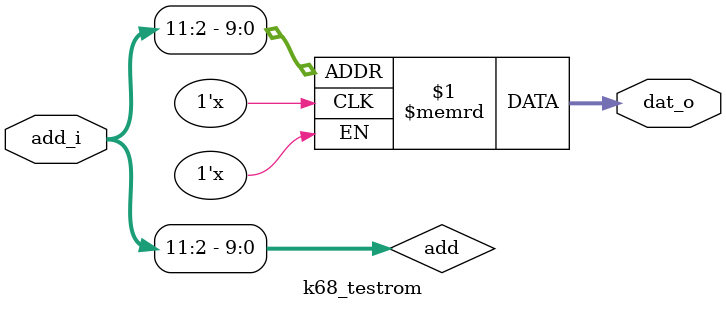
<source format=v>

`timescale 1ns / 10ps


module k68_testrom (/*AUTOARG*/
   // Outputs
   dat_o, 
   // Inputs
   add_i
   );
   
   input [31:0] add_i;
   output [31:0] dat_o;

   //reg [31:0] 	 dat_o;
   reg [31:0] 	 mem [0:10240];

   wire [9:0] 	 add;

   assign 	 add = add_i[11:2];
 	 
   
   initial begin
`include "test.rom.vh"
   end
      
   assign  dat_o = mem[add];

   //always @(dat_o) $write("[%0t] Read %x -> %x\n", $time, add, dat_o);
      
endmodule // k68_testrom


</source>
